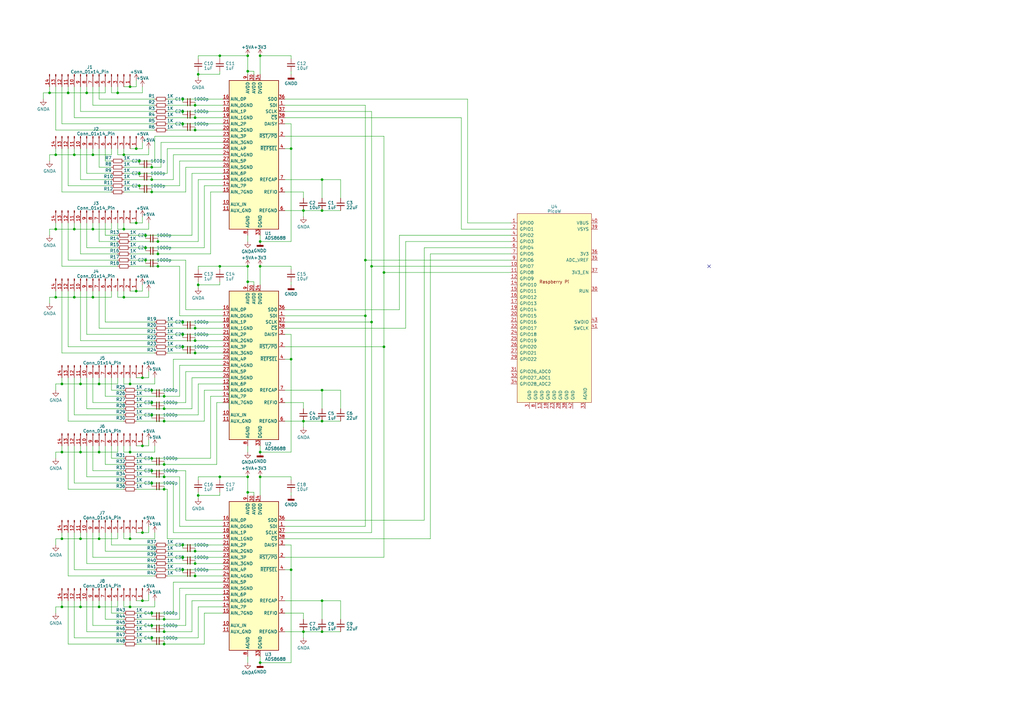
<source format=kicad_sch>
(kicad_sch (version 20230121) (generator eeschema)
  (paper "A3")
  (junction (at 25.4 220.98))
  (junction (at 74.93 45.72))
  (junction (at 106.68 109.22))
  (junction (at 53.34 185.42))
  (junction (at 55.88 91.44))
  (junction (at 62.23 187.96))
  (junction (at 106.68 185.42))
  (junction (at 124.46 172.72))
  (junction (at 74.93 50.8))
  (junction (at 57.15 66.04))
  (junction (at 40.64 220.98))
  (junction (at 33.02 248.92))
  (junction (at 67.31 264.16))
  (junction (at 81.28 30.48))
  (junction (at 64.77 104.14))
  (junction (at 62.23 73.66))
  (junction (at 80.01 48.26))
  (junction (at 74.93 137.16))
  (junction (at 132.08 73.66))
  (junction (at 38.1 121.92))
  (junction (at 132.08 160.02))
  (junction (at 53.34 220.98))
  (junction (at 81.28 116.84))
  (junction (at 53.34 157.48))
  (junction (at 58.42 182.88))
  (junction (at 80.01 139.7))
  (junction (at 30.48 93.98))
  (junction (at 149.86 129.54))
  (junction (at 40.64 248.92))
  (junction (at 106.68 99.06))
  (junction (at 90.17 195.58))
  (junction (at 74.93 223.52))
  (junction (at 124.46 259.08))
  (junction (at 74.93 142.24))
  (junction (at 53.34 248.92))
  (junction (at 35.56 38.1))
  (junction (at 119.38 147.32))
  (junction (at 80.01 231.14))
  (junction (at 67.31 167.64))
  (junction (at 101.6 22.86))
  (junction (at 132.08 246.38))
  (junction (at 59.69 101.6))
  (junction (at 55.88 119.38))
  (junction (at 74.93 132.08))
  (junction (at 124.46 86.36))
  (junction (at 58.42 154.94))
  (junction (at 80.01 144.78))
  (junction (at 74.93 40.64))
  (junction (at 58.42 246.38))
  (junction (at 106.68 271.78))
  (junction (at 50.8 121.92))
  (junction (at 101.6 109.22))
  (junction (at 90.17 109.22))
  (junction (at 152.4 109.22))
  (junction (at 48.26 38.1))
  (junction (at 149.86 106.68))
  (junction (at 157.48 111.76))
  (junction (at 62.23 160.02))
  (junction (at 106.68 22.86))
  (junction (at 22.86 93.98))
  (junction (at 80.01 43.18))
  (junction (at 59.69 96.52))
  (junction (at 22.86 121.92))
  (junction (at 62.23 256.54))
  (junction (at 132.08 259.08))
  (junction (at 67.31 190.5))
  (junction (at 64.77 109.22))
  (junction (at 157.48 142.24))
  (junction (at 50.8 93.98))
  (junction (at 55.88 60.96))
  (junction (at 101.6 195.58))
  (junction (at 40.64 157.48))
  (junction (at 67.31 162.56))
  (junction (at 40.64 185.42))
  (junction (at 27.94 38.1))
  (junction (at 67.31 172.72))
  (junction (at 132.08 172.72))
  (junction (at 80.01 134.62))
  (junction (at 62.23 165.1))
  (junction (at 119.38 233.68))
  (junction (at 58.42 218.44))
  (junction (at 62.23 170.18))
  (junction (at 62.23 193.04))
  (junction (at 33.02 220.98))
  (junction (at 62.23 78.74))
  (junction (at 25.4 185.42))
  (junction (at 53.34 35.56))
  (junction (at 101.6 201.93))
  (junction (at 80.01 53.34))
  (junction (at 67.31 200.66))
  (junction (at 38.1 63.5))
  (junction (at 57.15 76.2))
  (junction (at 59.69 106.68))
  (junction (at 50.8 63.5))
  (junction (at 80.01 236.22))
  (junction (at 62.23 68.58))
  (junction (at 132.08 86.36))
  (junction (at 67.31 195.58))
  (junction (at 38.1 93.98))
  (junction (at 119.38 60.96))
  (junction (at 101.6 115.57))
  (junction (at 81.28 203.2))
  (junction (at 67.31 259.08))
  (junction (at 20.32 38.1))
  (junction (at 30.48 63.5))
  (junction (at 25.4 248.92))
  (junction (at 30.48 121.92))
  (junction (at 106.68 195.58))
  (junction (at 90.17 22.86))
  (junction (at 62.23 198.12))
  (junction (at 80.01 226.06))
  (junction (at 152.4 132.08))
  (junction (at 67.31 254))
  (junction (at 62.23 261.62))
  (junction (at 64.77 99.06))
  (junction (at 22.86 63.5))
  (junction (at 101.6 29.21))
  (junction (at 74.93 233.68))
  (junction (at 33.02 185.42))
  (junction (at 74.93 228.6))
  (junction (at 25.4 157.48))
  (junction (at 57.15 71.12))
  (junction (at 33.02 157.48))
  (junction (at 62.23 251.46))
  (no_connect (at 290.83 109.22))
  (wire (pts (xy 139.7 167.64) (xy 139.7 160.02)))
  (wire (pts (xy 67.31 254) (xy 67.31 252.73)))
  (wire (pts (xy 38.1 121.92) (xy 45.72 121.92)))
  (wire (pts (xy 60.96 119.38) (xy 60.96 121.92)))
  (wire (pts (xy 22.86 185.42) (xy 25.4 185.42)))
  (wire (pts (xy 67.31 259.08) (xy 78.74 259.08)))
  (wire (pts (xy 53.34 106.68) (xy 59.69 106.68)))
  (wire (pts (xy 25.4 35.56) (xy 25.4 50.8)))
  (wire (pts (xy 62.23 78.74) (xy 62.23 77.47)))
  (wire (pts (xy 81.28 110.49) (xy 81.28 109.22)))
  (wire (pts (xy 55.88 198.12) (xy 62.23 198.12)))
  (wire (pts (xy 116.84 172.72) (xy 124.46 172.72)))
  (wire (pts (xy 116.84 127) (xy 163.83 127)))
  (wire (pts (xy 101.6 201.93) (xy 101.6 203.2)))
  (wire (pts (xy 86.36 187.96) (xy 86.36 162.56)))
  (wire (pts (xy 50.8 182.88) (xy 50.8 185.42)))
  (wire (pts (xy 209.55 104.14) (xy 176.53 104.14)))
  (wire (pts (xy 74.93 233.68) (xy 74.93 234.95)))
  (wire (pts (xy 90.17 109.22) (xy 90.17 110.49)))
  (wire (pts (xy 124.46 167.64) (xy 124.46 165.1)))
  (wire (pts (xy 90.17 22.86) (xy 90.17 24.13)))
  (wire (pts (xy 74.93 137.16) (xy 74.93 138.43)))
  (wire (pts (xy 43.18 246.38) (xy 43.18 254)))
  (wire (pts (xy 40.64 68.58) (xy 45.72 68.58)))
  (wire (pts (xy 50.8 78.74) (xy 62.23 78.74)))
  (wire (pts (xy 40.64 220.98) (xy 40.64 218.44)))
  (wire (pts (xy 27.94 218.44) (xy 27.94 236.22)))
  (wire (pts (xy 74.93 45.72) (xy 91.44 45.72)))
  (wire (pts (xy 27.94 172.72) (xy 27.94 154.94)))
  (wire (pts (xy 62.23 73.66) (xy 62.23 72.39)))
  (wire (pts (xy 58.42 246.38) (xy 60.96 246.38)))
  (wire (pts (xy 116.84 246.38) (xy 132.08 246.38)))
  (wire (pts (xy 90.17 195.58) (xy 101.6 195.58)))
  (wire (pts (xy 91.44 152.4) (xy 76.2 152.4)))
  (wire (pts (xy 91.44 220.98) (xy 68.58 220.98)))
  (wire (pts (xy 78.74 246.38) (xy 91.44 246.38)))
  (wire (pts (xy 116.84 220.98) (xy 176.53 220.98)))
  (wire (pts (xy 81.28 30.48) (xy 81.28 31.75)))
  (wire (pts (xy 104.14 203.2) (xy 104.14 201.93)))
  (wire (pts (xy 124.46 165.1) (xy 116.84 165.1)))
  (wire (pts (xy 76.2 127) (xy 91.44 127)))
  (wire (pts (xy 73.66 149.86) (xy 91.44 149.86)))
  (wire (pts (xy 73.66 76.2) (xy 73.66 66.04)))
  (wire (pts (xy 63.5 137.16) (xy 35.56 137.16)))
  (wire (pts (xy 124.46 172.72) (xy 132.08 172.72)))
  (wire (pts (xy 74.93 50.8) (xy 74.93 52.07)))
  (wire (pts (xy 30.48 48.26) (xy 30.48 35.56)))
  (wire (pts (xy 55.88 195.58) (xy 67.31 195.58)))
  (wire (pts (xy 40.64 157.48) (xy 48.26 157.48)))
  (wire (pts (xy 93.98 167.64) (xy 93.98 154.94)))
  (wire (pts (xy 90.17 195.58) (xy 90.17 196.85)))
  (wire (pts (xy 43.18 38.1) (xy 43.18 35.56)))
  (wire (pts (xy 30.48 170.18) (xy 50.8 170.18)))
  (wire (pts (xy 68.58 139.7) (xy 80.01 139.7)))
  (wire (pts (xy 106.68 22.86) (xy 106.68 30.48)))
  (wire (pts (xy 48.26 35.56) (xy 48.26 38.1)))
  (wire (pts (xy 59.69 106.68) (xy 76.2 106.68)))
  (wire (pts (xy 43.18 96.52) (xy 43.18 91.44)))
  (wire (pts (xy 124.46 259.08) (xy 124.46 261.62)))
  (wire (pts (xy 55.88 167.64) (xy 67.31 167.64)))
  (wire (pts (xy 78.74 96.52) (xy 78.74 71.12)))
  (wire (pts (xy 68.58 132.08) (xy 74.93 132.08)))
  (wire (pts (xy 157.48 111.76) (xy 157.48 142.24)))
  (wire (pts (xy 33.02 248.92) (xy 40.64 248.92)))
  (wire (pts (xy 124.46 86.36) (xy 132.08 86.36)))
  (wire (pts (xy 62.23 170.18) (xy 81.28 170.18)))
  (wire (pts (xy 68.58 142.24) (xy 74.93 142.24)))
  (wire (pts (xy 139.7 81.28) (xy 139.7 73.66)))
  (wire (pts (xy 81.28 109.22) (xy 90.17 109.22)))
  (wire (pts (xy 116.84 137.16) (xy 119.38 137.16)))
  (wire (pts (xy 83.82 251.46) (xy 91.44 251.46)))
  (wire (pts (xy 43.18 190.5) (xy 50.8 190.5)))
  (wire (pts (xy 101.6 195.58) (xy 101.6 201.93)))
  (wire (pts (xy 38.1 218.44) (xy 38.1 228.6)))
  (wire (pts (xy 22.86 53.34) (xy 22.86 35.56)))
  (wire (pts (xy 116.84 43.18) (xy 149.86 43.18)))
  (wire (pts (xy 116.84 60.96) (xy 119.38 60.96)))
  (wire (pts (xy 50.8 248.92) (xy 53.34 248.92)))
  (wire (pts (xy 86.36 162.56) (xy 91.44 162.56)))
  (wire (pts (xy 149.86 106.68) (xy 209.55 106.68)))
  (wire (pts (xy 20.32 96.52) (xy 20.32 93.98)))
  (wire (pts (xy 20.32 38.1) (xy 27.94 38.1)))
  (wire (pts (xy 35.56 71.12) (xy 45.72 71.12)))
  (wire (pts (xy 74.93 132.08) (xy 91.44 132.08)))
  (wire (pts (xy 119.38 147.32) (xy 119.38 185.42)))
  (wire (pts (xy 63.5 142.24) (xy 27.94 142.24)))
  (wire (pts (xy 60.96 152.4) (xy 60.96 154.94)))
  (wire (pts (xy 74.93 40.64) (xy 91.44 40.64)))
  (wire (pts (xy 209.55 101.6) (xy 173.99 101.6)))
  (wire (pts (xy 22.86 248.92) (xy 25.4 248.92)))
  (wire (pts (xy 71.12 198.12) (xy 71.12 218.44)))
  (wire (pts (xy 81.28 203.2) (xy 81.28 204.47)))
  (wire (pts (xy 119.38 29.21) (xy 119.38 30.48)))
  (wire (pts (xy 20.32 38.1) (xy 20.32 35.56)))
  (wire (pts (xy 53.34 157.48) (xy 63.5 157.48)))
  (wire (pts (xy 60.96 215.9) (xy 60.96 218.44)))
  (wire (pts (xy 30.48 233.68) (xy 63.5 233.68)))
  (wire (pts (xy 50.8 60.96) (xy 50.8 63.5)))
  (wire (pts (xy 35.56 195.58) (xy 35.56 182.88)))
  (wire (pts (xy 119.38 109.22) (xy 106.68 109.22)))
  (wire (pts (xy 50.8 93.98) (xy 60.96 93.98)))
  (wire (pts (xy 35.56 231.14) (xy 35.56 218.44)))
  (wire (pts (xy 124.46 251.46) (xy 116.84 251.46)))
  (wire (pts (xy 55.88 182.88) (xy 58.42 182.88)))
  (wire (pts (xy 63.5 132.08) (xy 43.18 132.08)))
  (wire (pts (xy 104.14 115.57) (xy 101.6 115.57)))
  (wire (pts (xy 116.84 50.8) (xy 119.38 50.8)))
  (wire (pts (xy 81.28 116.84) (xy 90.17 116.84)))
  (wire (pts (xy 132.08 73.66) (xy 132.08 81.28)))
  (wire (pts (xy 59.69 101.6) (xy 59.69 102.87)))
  (wire (pts (xy 62.23 160.02) (xy 62.23 161.29)))
  (wire (pts (xy 68.58 50.8) (xy 74.93 50.8)))
  (wire (pts (xy 62.23 73.66) (xy 71.12 73.66)))
  (wire (pts (xy 83.82 101.6) (xy 83.82 76.2)))
  (wire (pts (xy 119.38 137.16) (xy 119.38 147.32)))
  (wire (pts (xy 50.8 63.5) (xy 60.96 63.5)))
  (wire (pts (xy 86.36 78.74) (xy 86.36 104.14)))
  (wire (pts (xy 73.66 109.22) (xy 73.66 129.54)))
  (wire (pts (xy 27.94 200.66) (xy 27.94 182.88)))
  (wire (pts (xy 50.8 220.98) (xy 53.34 220.98)))
  (wire (pts (xy 163.83 127) (xy 163.83 96.52)))
  (wire (pts (xy 119.38 22.86) (xy 106.68 22.86)))
  (wire (pts (xy 101.6 109.22) (xy 101.6 115.57)))
  (wire (pts (xy 40.64 99.06) (xy 48.26 99.06)))
  (wire (pts (xy 83.82 264.16) (xy 83.82 251.46)))
  (wire (pts (xy 25.4 50.8) (xy 63.5 50.8)))
  (wire (pts (xy 57.15 66.04) (xy 57.15 67.31)))
  (wire (pts (xy 67.31 200.66) (xy 67.31 199.39)))
  (wire (pts (xy 88.9 190.5) (xy 88.9 165.1)))
  (wire (pts (xy 50.8 35.56) (xy 53.34 35.56)))
  (wire (pts (xy 48.26 248.92) (xy 48.26 246.38)))
  (wire (pts (xy 53.34 101.6) (xy 59.69 101.6)))
  (wire (pts (xy 40.64 220.98) (xy 48.26 220.98)))
  (wire (pts (xy 67.31 264.16) (xy 83.82 264.16)))
  (wire (pts (xy 124.46 259.08) (xy 132.08 259.08)))
  (wire (pts (xy 38.1 93.98) (xy 45.72 93.98)))
  (wire (pts (xy 50.8 91.44) (xy 50.8 93.98)))
  (wire (pts (xy 173.99 101.6) (xy 173.99 213.36)))
  (wire (pts (xy 116.84 259.08) (xy 124.46 259.08)))
  (wire (pts (xy 55.88 187.96) (xy 62.23 187.96)))
  (wire (pts (xy 62.23 256.54) (xy 76.2 256.54)))
  (wire (pts (xy 83.82 160.02) (xy 83.82 172.72)))
  (wire (pts (xy 119.38 24.13) (xy 119.38 22.86)))
  (wire (pts (xy 68.58 233.68) (xy 74.93 233.68)))
  (wire (pts (xy 106.68 182.88) (xy 106.68 185.42)))
  (wire (pts (xy 119.38 185.42) (xy 106.68 185.42)))
  (wire (pts (xy 91.44 243.84) (xy 76.2 243.84)))
  (wire (pts (xy 73.66 66.04) (xy 91.44 66.04)))
  (wire (pts (xy 80.01 144.78) (xy 91.44 144.78)))
  (wire (pts (xy 81.28 157.48) (xy 91.44 157.48)))
  (wire (pts (xy 45.72 35.56) (xy 45.72 38.1)))
  (wire (pts (xy 91.44 78.74) (xy 86.36 78.74)))
  (wire (pts (xy 116.84 86.36) (xy 124.46 86.36)))
  (wire (pts (xy 43.18 182.88) (xy 43.18 190.5)))
  (wire (pts (xy 50.8 157.48) (xy 53.34 157.48)))
  (wire (pts (xy 189.23 93.98) (xy 209.55 93.98)))
  (wire (pts (xy 163.83 96.52) (xy 209.55 96.52)))
  (wire (pts (xy 40.64 134.62) (xy 63.5 134.62)))
  (wire (pts (xy 45.72 251.46) (xy 50.8 251.46)))
  (wire (pts (xy 124.46 172.72) (xy 124.46 175.26)))
  (wire (pts (xy 62.23 256.54) (xy 62.23 257.81)))
  (wire (pts (xy 55.88 246.38) (xy 58.42 246.38)))
  (wire (pts (xy 124.46 81.28) (xy 124.46 78.74)))
  (wire (pts (xy 67.31 172.72) (xy 67.31 171.45)))
  (wire (pts (xy 30.48 218.44) (xy 30.48 233.68)))
  (wire (pts (xy 81.28 30.48) (xy 90.17 30.48)))
  (wire (pts (xy 27.94 60.96) (xy 27.94 76.2)))
  (wire (pts (xy 116.84 48.26) (xy 189.23 48.26)))
  (wire (pts (xy 149.86 106.68) (xy 149.86 129.54)))
  (wire (pts (xy 119.38 60.96) (xy 119.38 99.06)))
  (wire (pts (xy 43.18 226.06) (xy 63.5 226.06)))
  (wire (pts (xy 48.26 63.5) (xy 50.8 63.5)))
  (wire (pts (xy 63.5 154.94) (xy 63.5 157.48)))
  (wire (pts (xy 43.18 119.38) (xy 43.18 132.08)))
  (wire (pts (xy 74.93 45.72) (xy 74.93 46.99)))
  (wire (pts (xy 53.34 220.98) (xy 63.5 220.98)))
  (wire (pts (xy 80.01 134.62) (xy 80.01 133.35)))
  (wire (pts (xy 55.88 200.66) (xy 67.31 200.66)))
  (wire (pts (xy 55.88 162.56) (xy 67.31 162.56)))
  (wire (pts (xy 43.18 162.56) (xy 50.8 162.56)))
  (wire (pts (xy 40.64 248.92) (xy 40.64 246.38)))
  (wire (pts (xy 116.84 73.66) (xy 132.08 73.66)))
  (wire (pts (xy 38.1 246.38) (xy 38.1 256.54)))
  (wire (pts (xy 139.7 254) (xy 139.7 246.38)))
  (wire (pts (xy 20.32 93.98) (xy 22.86 93.98)))
  (wire (pts (xy 55.88 160.02) (xy 62.23 160.02)))
  (wire (pts (xy 48.26 60.96) (xy 48.26 63.5)))
  (wire (pts (xy 53.34 91.44) (xy 55.88 91.44)))
  (wire (pts (xy 62.23 68.58) (xy 66.04 68.58)))
  (wire (pts (xy 91.44 68.58) (xy 76.2 68.58)))
  (wire (pts (xy 53.34 104.14) (xy 64.77 104.14)))
  (wire (pts (xy 71.12 218.44) (xy 91.44 218.44)))
  (wire (pts (xy 71.12 147.32) (xy 91.44 147.32)))
  (wire (pts (xy 83.82 76.2) (xy 91.44 76.2)))
  (wire (pts (xy 62.23 165.1) (xy 76.2 165.1)))
  (wire (pts (xy 68.58 231.14) (xy 80.01 231.14)))
  (wire (pts (xy 106.68 269.24) (xy 106.68 271.78)))
  (wire (pts (xy 68.58 220.98) (xy 68.58 200.66)))
  (wire (pts (xy 62.23 170.18) (xy 62.23 171.45)))
  (wire (pts (xy 139.7 246.38) (xy 132.08 246.38)))
  (wire (pts (xy 68.58 43.18) (xy 80.01 43.18)))
  (wire (pts (xy 119.38 271.78) (xy 106.68 271.78)))
  (wire (pts (xy 55.88 254) (xy 67.31 254)))
  (wire (pts (xy 38.1 93.98) (xy 38.1 91.44)))
  (wire (pts (xy 62.23 193.04) (xy 76.2 193.04)))
  (wire (pts (xy 33.02 35.56) (xy 33.02 45.72)))
  (wire (pts (xy 64.77 99.06) (xy 64.77 97.79)))
  (wire (pts (xy 80.01 231.14) (xy 80.01 229.87)))
  (wire (pts (xy 68.58 53.34) (xy 80.01 53.34)))
  (wire (pts (xy 35.56 119.38) (xy 35.56 137.16)))
  (wire (pts (xy 55.88 251.46) (xy 62.23 251.46)))
  (wire (pts (xy 55.88 193.04) (xy 62.23 193.04)))
  (wire (pts (xy 58.42 218.44) (xy 60.96 218.44)))
  (wire (pts (xy 90.17 109.22) (xy 101.6 109.22)))
  (wire (pts (xy 73.66 162.56) (xy 73.66 149.86)))
  (wire (pts (xy 91.44 58.42) (xy 66.04 58.42)))
  (wire (pts (xy 20.32 124.46) (xy 20.32 121.92)))
  (wire (pts (xy 90.17 22.86) (xy 101.6 22.86)))
  (wire (pts (xy 124.46 254) (xy 124.46 251.46)))
  (wire (pts (xy 58.42 58.42) (xy 58.42 60.96)))
  (wire (pts (xy 106.68 96.52) (xy 106.68 99.06)))
  (wire (pts (xy 132.08 246.38) (xy 132.08 254)))
  (wire (pts (xy 116.84 228.6) (xy 157.48 228.6)))
  (wire (pts (xy 57.15 71.12) (xy 68.58 71.12)))
  (wire (pts (xy 35.56 60.96) (xy 35.56 71.12)))
  (wire (pts (xy 124.46 78.74) (xy 116.84 78.74)))
  (wire (pts (xy 149.86 129.54) (xy 149.86 215.9)))
  (wire (pts (xy 17.78 40.64) (xy 17.78 38.1)))
  (wire (pts (xy 73.66 241.3) (xy 73.66 254)))
  (wire (pts (xy 58.42 182.88) (xy 60.96 182.88)))
  (wire (pts (xy 67.31 259.08) (xy 67.31 257.81)))
  (wire (pts (xy 57.15 76.2) (xy 57.15 77.47)))
  (wire (pts (xy 91.44 238.76) (xy 71.12 238.76)))
  (wire (pts (xy 68.58 226.06) (xy 80.01 226.06)))
  (wire (pts (xy 48.26 121.92) (xy 50.8 121.92)))
  (wire (pts (xy 80.01 226.06) (xy 91.44 226.06)))
  (wire (pts (xy 30.48 121.92) (xy 38.1 121.92)))
  (wire (pts (xy 68.58 40.64) (xy 74.93 40.64)))
  (wire (pts (xy 53.34 96.52) (xy 59.69 96.52)))
  (wire (pts (xy 25.4 157.48) (xy 33.02 157.48)))
  (wire (pts (xy 62.23 251.46) (xy 62.23 252.73)))
  (wire (pts (xy 101.6 22.86) (xy 101.6 29.21)))
  (wire (pts (xy 62.23 251.46) (xy 71.12 251.46)))
  (wire (pts (xy 53.34 185.42) (xy 63.5 185.42)))
  (wire (pts (xy 64.77 109.22) (xy 73.66 109.22)))
  (wire (pts (xy 67.31 195.58) (xy 67.31 194.31)))
  (wire (pts (xy 45.72 251.46) (xy 45.72 246.38)))
  (wire (pts (xy 45.72 187.96) (xy 50.8 187.96)))
  (wire (pts (xy 106.68 109.22) (xy 106.68 116.84)))
  (wire (pts (xy 48.26 119.38) (xy 48.26 121.92)))
  (wire (pts (xy 132.08 172.72) (xy 139.7 172.72)))
  (wire (pts (xy 90.17 203.2) (xy 90.17 201.93)))
  (wire (pts (xy 30.48 246.38) (xy 30.48 261.62)))
  (wire (pts (xy 55.88 33.02) (xy 55.88 35.56)))
  (wire (pts (xy 74.93 233.68) (xy 91.44 233.68)))
  (wire (pts (xy 22.86 63.5) (xy 22.86 60.96)))
  (wire (pts (xy 17.78 38.1) (xy 20.32 38.1)))
  (wire (pts (xy 60.96 243.84) (xy 60.96 246.38)))
  (wire (pts (xy 25.4 248.92) (xy 25.4 246.38)))
  (wire (pts (xy 62.23 160.02) (xy 71.12 160.02)))
  (wire (pts (xy 50.8 66.04) (xy 57.15 66.04)))
  (wire (pts (xy 57.15 76.2) (xy 73.66 76.2)))
  (wire (pts (xy 45.72 160.02) (xy 50.8 160.02)))
  (wire (pts (xy 91.44 241.3) (xy 73.66 241.3)))
  (wire (pts (xy 74.93 132.08) (xy 74.93 133.35)))
  (wire (pts (xy 58.42 88.9) (xy 58.42 91.44)))
  (wire (pts (xy 132.08 259.08) (xy 139.7 259.08)))
  (wire (pts (xy 38.1 228.6) (xy 63.5 228.6)))
  (wire (pts (xy 80.01 236.22) (xy 80.01 234.95)))
  (wire (pts (xy 152.4 45.72) (xy 116.84 45.72)))
  (wire (pts (xy 30.48 93.98) (xy 30.48 91.44)))
  (wire (pts (xy 33.02 185.42) (xy 40.64 185.42)))
  (wire (pts (xy 25.4 248.92) (xy 33.02 248.92)))
  (wire (pts (xy 20.32 66.04) (xy 20.32 63.5)))
  (wire (pts (xy 64.77 109.22) (xy 64.77 107.95)))
  (wire (pts (xy 60.96 60.96) (xy 60.96 63.5)))
  (wire (pts (xy 43.18 96.52) (xy 48.26 96.52)))
  (wire (pts (xy 116.84 129.54) (xy 149.86 129.54)))
  (wire (pts (xy 78.74 154.94) (xy 78.74 167.64)))
  (wire (pts (xy 71.12 160.02) (xy 71.12 147.32)))
  (wire (pts (xy 67.31 195.58) (xy 73.66 195.58)))
  (wire (pts (xy 38.1 63.5) (xy 38.1 60.96)))
  (wire (pts (xy 59.69 106.68) (xy 59.69 107.95)))
  (wire (pts (xy 30.48 198.12) (xy 50.8 198.12)))
  (wire (pts (xy 22.86 63.5) (xy 30.48 63.5)))
  (wire (pts (xy 91.44 215.9) (xy 73.66 215.9)))
  (wire (pts (xy 74.93 50.8) (xy 91.44 50.8)))
  (wire (pts (xy 81.28 195.58) (xy 90.17 195.58)))
  (wire (pts (xy 67.31 190.5) (xy 67.31 189.23)))
  (wire (pts (xy 38.1 43.18) (xy 63.5 43.18)))
  (wire (pts (xy 78.74 71.12) (xy 91.44 71.12)))
  (wire (pts (xy 119.38 201.93) (xy 119.38 203.2)))
  (wire (pts (xy 20.32 63.5) (xy 22.86 63.5)))
  (wire (pts (xy 64.77 99.06) (xy 81.28 99.06)))
  (wire (pts (xy 45.72 223.52) (xy 45.72 218.44)))
  (wire (pts (xy 30.48 93.98) (xy 38.1 93.98)))
  (wire (pts (xy 209.55 109.22) (xy 152.4 109.22)))
  (wire (pts (xy 55.88 261.62) (xy 62.23 261.62)))
  (wire (pts (xy 25.4 78.74) (xy 25.4 60.96)))
  (wire (pts (xy 132.08 160.02) (xy 132.08 167.64)))
  (wire (pts (xy 53.34 246.38) (xy 53.34 248.92)))
  (wire (pts (xy 40.64 119.38) (xy 40.64 134.62)))
  (wire (pts (xy 67.31 264.16) (xy 67.31 262.89)))
  (wire (pts (xy 38.1 256.54) (xy 50.8 256.54)))
  (wire (pts (xy 50.8 68.58) (xy 62.23 68.58)))
  (wire (pts (xy 35.56 231.14) (xy 63.5 231.14)))
  (wire (pts (xy 74.93 228.6) (xy 74.93 229.87)))
  (wire (pts (xy 63.5 53.34) (xy 22.86 53.34)))
  (wire (pts (xy 55.88 60.96) (xy 58.42 60.96)))
  (wire (pts (xy 27.94 200.66) (xy 50.8 200.66)))
  (wire (pts (xy 22.86 93.98) (xy 30.48 93.98)))
  (wire (pts (xy 62.23 198.12) (xy 62.23 199.39)))
  (wire (pts (xy 53.34 60.96) (xy 55.88 60.96)))
  (wire (pts (xy 43.18 154.94) (xy 43.18 162.56)))
  (wire (pts (xy 50.8 246.38) (xy 50.8 248.92)))
  (wire (pts (xy 33.02 248.92) (xy 33.02 246.38)))
  (wire (pts (xy 58.42 116.84) (xy 58.42 119.38)))
  (wire (pts (xy 116.84 40.64) (xy 191.77 40.64)))
  (wire (pts (xy 80.01 139.7) (xy 80.01 138.43)))
  (wire (pts (xy 90.17 30.48) (xy 90.17 29.21)))
  (wire (pts (xy 33.02 139.7) (xy 63.5 139.7)))
  (wire (pts (xy 30.48 182.88) (xy 30.48 198.12)))
  (wire (pts (xy 25.4 119.38) (xy 25.4 144.78)))
  (wire (pts (xy 116.84 134.62) (xy 166.37 134.62)))
  (wire (pts (xy 90.17 116.84) (xy 90.17 115.57)))
  (wire (pts (xy 48.26 220.98) (xy 48.26 218.44)))
  (wire (pts (xy 58.42 35.56) (xy 58.42 38.1)))
  (wire (pts (xy 25.4 220.98) (xy 25.4 218.44)))
  (wire (pts (xy 22.86 160.02) (xy 22.86 157.48)))
  (wire (pts (xy 104.14 201.93) (xy 101.6 201.93)))
  (wire (pts (xy 43.18 254) (xy 50.8 254)))
  (wire (pts (xy 62.23 261.62) (xy 62.23 262.89)))
  (wire (pts (xy 67.31 162.56) (xy 67.31 161.29)))
  (wire (pts (xy 53.34 109.22) (xy 64.77 109.22)))
  (wire (pts (xy 38.1 165.1) (xy 50.8 165.1)))
  (wire (pts (xy 38.1 154.94) (xy 38.1 165.1)))
  (wire (pts (xy 55.88 172.72) (xy 67.31 172.72)))
  (wire (pts (xy 50.8 119.38) (xy 50.8 121.92)))
  (wire (pts (xy 57.15 66.04) (xy 63.5 66.04)))
  (wire (pts (xy 38.1 63.5) (xy 45.72 63.5)))
  (wire (pts (xy 62.23 165.1) (xy 62.23 166.37)))
  (wire (pts (xy 55.88 190.5) (xy 67.31 190.5)))
  (wire (pts (xy 59.69 101.6) (xy 83.82 101.6)))
  (wire (pts (xy 48.26 185.42) (xy 48.26 182.88)))
  (wire (pts (xy 68.58 134.62) (xy 80.01 134.62)))
  (wire (pts (xy 67.31 190.5) (xy 88.9 190.5)))
  (wire (pts (xy 68.58 223.52) (xy 74.93 223.52)))
  (wire (pts (xy 33.02 104.14) (xy 48.26 104.14)))
  (wire (pts (xy 68.58 60.96) (xy 68.58 71.12)))
  (wire (pts (xy 35.56 167.64) (xy 50.8 167.64)))
  (wire (pts (xy 62.23 261.62) (xy 81.28 261.62)))
  (wire (pts (xy 45.72 38.1) (xy 48.26 38.1)))
  (wire (pts (xy 74.93 40.64) (xy 74.93 41.91)))
  (wire (pts (xy 76.2 193.04) (xy 76.2 213.36)))
  (wire (pts (xy 33.02 157.48) (xy 40.64 157.48)))
  (wire (pts (xy 81.28 24.13) (xy 81.28 22.86)))
  (wire (pts (xy 67.31 162.56) (xy 73.66 162.56)))
  (wire (pts (xy 81.28 73.66) (xy 81.28 99.06)))
  (wire (pts (xy 68.58 228.6) (xy 74.93 228.6)))
  (wire (pts (xy 76.2 213.36) (xy 91.44 213.36)))
  (wire (pts (xy 71.12 63.5) (xy 71.12 73.66)))
  (wire (pts (xy 80.01 231.14) (xy 91.44 231.14)))
  (wire (pts (xy 40.64 40.64) (xy 40.64 35.56)))
  (wire (pts (xy 45.72 160.02) (xy 45.72 154.94)))
  (wire (pts (xy 25.4 185.42) (xy 33.02 185.42)))
  (wire (pts (xy 116.84 160.02) (xy 132.08 160.02)))
  (wire (pts (xy 76.2 106.68) (xy 76.2 127)))
  (wire (pts (xy 50.8 71.12) (xy 57.15 71.12)))
  (wire (pts (xy 48.26 93.98) (xy 50.8 93.98)))
  (wire (pts (xy 40.64 185.42) (xy 40.64 182.88)))
  (wire (pts (xy 104.14 29.21) (xy 101.6 29.21)))
  (wire (pts (xy 35.56 38.1) (xy 35.56 35.56)))
  (wire (pts (xy 166.37 134.62) (xy 166.37 99.06)))
  (wire (pts (xy 20.32 121.92) (xy 22.86 121.92)))
  (wire (pts (xy 22.86 121.92) (xy 22.86 119.38)))
  (wire (pts (xy 35.56 38.1) (xy 43.18 38.1)))
  (wire (pts (xy 81.28 248.92) (xy 81.28 261.62)))
  (wire (pts (xy 81.28 170.18) (xy 81.28 157.48)))
  (wire (pts (xy 35.56 167.64) (xy 35.56 154.94)))
  (wire (pts (xy 189.23 48.26) (xy 189.23 93.98)))
  (wire (pts (xy 33.02 45.72) (xy 63.5 45.72)))
  (wire (pts (xy 30.48 261.62) (xy 50.8 261.62)))
  (wire (pts (xy 63.5 218.44) (xy 63.5 220.98)))
  (wire (pts (xy 80.01 134.62) (xy 91.44 134.62)))
  (wire (pts (xy 62.23 78.74) (xy 76.2 78.74)))
  (wire (pts (xy 68.58 48.26) (xy 80.01 48.26)))
  (wire (pts (xy 62.23 193.04) (xy 62.23 194.31)))
  (wire (pts (xy 30.48 63.5) (xy 30.48 60.96)))
  (wire (pts (xy 139.7 73.66) (xy 132.08 73.66)))
  (wire (pts (xy 101.6 182.88) (xy 101.6 185.42)))
  (wire (pts (xy 43.18 66.04) (xy 43.18 60.96)))
  (wire (pts (xy 35.56 259.08) (xy 35.56 246.38)))
  (wire (pts (xy 67.31 254) (xy 73.66 254)))
  (wire (pts (xy 71.12 238.76) (xy 71.12 251.46)))
  (wire (pts (xy 152.4 45.72) (xy 152.4 109.22)))
  (wire (pts (xy 132.08 86.36) (xy 139.7 86.36)))
  (wire (pts (xy 38.1 35.56) (xy 38.1 43.18)))
  (wire (pts (xy 22.86 121.92) (xy 30.48 121.92)))
  (wire (pts (xy 50.8 121.92) (xy 60.96 121.92)))
  (wire (pts (xy 55.88 259.08) (xy 67.31 259.08)))
  (wire (pts (xy 38.1 121.92) (xy 38.1 119.38)))
  (wire (pts (xy 74.93 228.6) (xy 91.44 228.6)))
  (wire (pts (xy 55.88 154.94) (xy 58.42 154.94)))
  (wire (pts (xy 55.88 91.44) (xy 58.42 91.44)))
  (wire (pts (xy 157.48 55.88) (xy 157.48 111.76)))
  (wire (pts (xy 157.48 142.24) (xy 116.84 142.24)))
  (wire (pts (xy 53.34 119.38) (xy 55.88 119.38)))
  (wire (pts (xy 25.4 157.48) (xy 25.4 154.94)))
  (wire (pts (xy 116.84 218.44) (xy 152.4 218.44)))
  (wire (pts (xy 27.94 38.1) (xy 27.94 35.56)))
  (wire (pts (xy 119.38 196.85) (xy 119.38 195.58)))
  (wire (pts (xy 55.88 218.44) (xy 58.42 218.44)))
  (wire (pts (xy 55.88 256.54) (xy 62.23 256.54)))
  (wire (pts (xy 33.02 104.14) (xy 33.02 91.44)))
  (wire (pts (xy 22.86 223.52) (xy 22.86 220.98)))
  (wire (pts (xy 43.18 66.04) (xy 45.72 66.04)))
  (wire (pts (xy 38.1 182.88) (xy 38.1 193.04)))
  (wire (pts (xy 81.28 115.57) (xy 81.28 116.84)))
  (wire (pts (xy 27.94 76.2) (xy 45.72 76.2)))
  (wire (pts (xy 33.02 73.66) (xy 45.72 73.66)))
  (wire (pts (xy 27.94 172.72) (xy 50.8 172.72)))
  (wire (pts (xy 74.93 142.24) (xy 74.93 143.51)))
  (wire (pts (xy 139.7 160.02) (xy 132.08 160.02)))
  (wire (pts (xy 119.38 50.8) (xy 119.38 60.96)))
  (wire (pts (xy 124.46 86.36) (xy 124.46 88.9)))
  (wire (pts (xy 91.44 55.88) (xy 63.5 55.88)))
  (wire (pts (xy 27.94 106.68) (xy 48.26 106.68)))
  (wire (pts (xy 76.2 152.4) (xy 76.2 165.1)))
  (wire (pts (xy 119.38 115.57) (xy 119.38 116.84)))
  (wire (pts (xy 57.15 71.12) (xy 57.15 72.39)))
  (wire (pts (xy 48.26 157.48) (xy 48.26 154.94)))
  (wire (pts (xy 43.18 218.44) (xy 43.18 226.06)))
  (wire (pts (xy 74.93 137.16) (xy 91.44 137.16)))
  (wire (pts (xy 68.58 137.16) (xy 74.93 137.16)))
  (wire (pts (xy 50.8 185.42) (xy 53.34 185.42)))
  (wire (pts (xy 22.86 251.46) (xy 22.86 248.92)))
  (wire (pts (xy 63.5 246.38) (xy 63.5 248.92)))
  (wire (pts (xy 25.4 109.22) (xy 25.4 91.44)))
  (wire (pts (xy 73.66 215.9) (xy 73.66 195.58)))
  (wire (pts (xy 59.69 96.52) (xy 59.69 97.79)))
  (wire (pts (xy 45.72 93.98) (xy 45.72 91.44)))
  (wire (pts (xy 80.01 48.26) (xy 80.01 46.99)))
  (wire (pts (xy 40.64 60.96) (xy 40.64 68.58)))
  (wire (pts (xy 116.84 147.32) (xy 119.38 147.32)))
  (wire (pts (xy 27.94 119.38) (xy 27.94 142.24)))
  (wire (pts (xy 73.66 129.54) (xy 91.44 129.54)))
  (wire (pts (xy 80.01 144.78) (xy 80.01 143.51)))
  (wire (pts (xy 22.86 187.96) (xy 22.86 185.42)))
  (wire (pts (xy 101.6 29.21) (xy 101.6 30.48)))
  (wire (pts (xy 78.74 259.08) (xy 78.74 246.38)))
  (wire (pts (xy 50.8 218.44) (xy 50.8 220.98)))
  (wire (pts (xy 157.48 111.76) (xy 209.55 111.76)))
  (wire (pts (xy 53.34 154.94) (xy 53.34 157.48)))
  (wire (pts (xy 35.56 91.44) (xy 35.56 101.6)))
  (wire (pts (xy 67.31 200.66) (xy 68.58 200.66)))
  (wire (pts (xy 63.5 182.88) (xy 63.5 185.42)))
  (wire (pts (xy 101.6 115.57) (xy 101.6 116.84)))
  (wire (pts (xy 191.77 91.44) (xy 209.55 91.44)))
  (wire (pts (xy 68.58 45.72) (xy 74.93 45.72)))
  (wire (pts (xy 116.84 132.08) (xy 152.4 132.08)))
  (wire (pts (xy 80.01 53.34) (xy 80.01 52.07)))
  (wire (pts (xy 33.02 220.98) (xy 33.02 218.44)))
  (wire (pts (xy 53.34 35.56) (xy 55.88 35.56)))
  (wire (pts (xy 157.48 228.6) (xy 157.48 142.24)))
  (wire (pts (xy 63.5 236.22) (xy 27.94 236.22)))
  (wire (pts (xy 22.86 93.98) (xy 22.86 91.44)))
  (wire (pts (xy 149.86 43.18) (xy 149.86 106.68)))
  (wire (pts (xy 81.28 22.86) (xy 90.17 22.86)))
  (wire (pts (xy 88.9 165.1) (xy 91.44 165.1)))
  (wire (pts (xy 83.82 160.02) (xy 91.44 160.02)))
  (wire (pts (xy 38.1 193.04) (xy 50.8 193.04)))
  (wire (pts (xy 101.6 96.52) (xy 101.6 99.06)))
  (wire (pts (xy 25.4 109.22) (xy 48.26 109.22)))
  (wire (pts (xy 104.14 30.48) (xy 104.14 29.21)))
  (wire (pts (xy 55.88 165.1) (xy 62.23 165.1)))
  (wire (pts (xy 33.02 119.38) (xy 33.02 139.7)))
  (wire (pts (xy 74.93 142.24) (xy 91.44 142.24)))
  (wire (pts (xy 104.14 116.84) (xy 104.14 115.57)))
  (wire (pts (xy 25.4 78.74) (xy 45.72 78.74)))
  (wire (pts (xy 53.34 218.44) (xy 53.34 220.98)))
  (wire (pts (xy 116.84 55.88) (xy 157.48 55.88)))
  (wire (pts (xy 53.34 248.92) (xy 63.5 248.92)))
  (wire (pts (xy 91.44 63.5) (xy 71.12 63.5)))
  (wire (pts (xy 53.34 182.88) (xy 53.34 185.42)))
  (wire (pts (xy 59.69 96.52) (xy 78.74 96.52)))
  (wire (pts (xy 30.48 154.94) (xy 30.48 170.18)))
  (wire (pts (xy 80.01 226.06) (xy 80.01 224.79)))
  (wire (pts (xy 74.93 223.52) (xy 91.44 223.52)))
  (wire (pts (xy 55.88 170.18) (xy 62.23 170.18)))
  (wire (pts (xy 152.4 109.22) (xy 152.4 132.08)))
  (wire (pts (xy 35.56 101.6) (xy 48.26 101.6)))
  (wire (pts (xy 25.4 144.78) (xy 63.5 144.78)))
  (wire (pts (xy 62.23 187.96) (xy 62.23 189.23)))
  (wire (pts (xy 119.38 233.68) (xy 119.38 271.78)))
  (wire (pts (xy 66.04 58.42) (xy 66.04 68.58)))
  (wire (pts (xy 81.28 201.93) (xy 81.28 203.2)))
  (wire (pts (xy 91.44 73.66) (xy 81.28 73.66)))
  (wire (pts (xy 35.56 195.58) (xy 50.8 195.58)))
  (wire (pts (xy 119.38 223.52) (xy 119.38 233.68)))
  (wire (pts (xy 67.31 167.64) (xy 67.31 166.37)))
  (wire (pts (xy 27.94 264.16) (xy 27.94 246.38)))
  (wire (pts (xy 106.68 195.58) (xy 106.68 203.2)))
  (wire (pts (xy 60.96 180.34) (xy 60.96 182.88)))
  (wire (pts (xy 116.84 213.36) (xy 173.99 213.36)))
  (wire (pts (xy 25.4 185.42) (xy 25.4 182.88)))
  (wire (pts (xy 68.58 236.22) (xy 80.01 236.22)))
  (wire (pts (xy 67.31 167.64) (xy 78.74 167.64)))
  (wire (pts (xy 40.64 91.44) (xy 40.64 99.06)))
  (wire (pts (xy 91.44 60.96) (xy 68.58 60.96)))
  (wire (pts (xy 53.34 99.06) (xy 64.77 99.06)))
  (wire (pts (xy 64.77 104.14) (xy 64.77 102.87)))
  (wire (pts (xy 48.26 91.44) (xy 48.26 93.98)))
  (wire (pts (xy 91.44 248.92) (xy 81.28 248.92)))
  (wire (pts (xy 152.4 132.08) (xy 152.4 218.44)))
  (wire (pts (xy 76.2 68.58) (xy 76.2 78.74)))
  (wire (pts (xy 81.28 29.21) (xy 81.28 30.48)))
  (wire (pts (xy 60.96 91.44) (xy 60.96 93.98)))
  (wire (pts (xy 50.8 154.94) (xy 50.8 157.48)))
  (wire (pts (xy 63.5 40.64) (xy 40.64 40.64)))
  (wire (pts (xy 64.77 104.14) (xy 86.36 104.14)))
  (wire (pts (xy 33.02 157.48) (xy 33.02 154.94)))
  (wire (pts (xy 27.94 264.16) (xy 50.8 264.16)))
  (wire (pts (xy 45.72 63.5) (xy 45.72 60.96)))
  (wire (pts (xy 80.01 48.26) (xy 91.44 48.26)))
  (wire (pts (xy 40.64 248.92) (xy 48.26 248.92)))
  (wire (pts (xy 91.44 154.94) (xy 78.74 154.94)))
  (wire (pts (xy 50.8 76.2) (xy 57.15 76.2)))
  (wire (pts (xy 81.28 196.85) (xy 81.28 195.58)))
  (wire (pts (xy 80.01 236.22) (xy 91.44 236.22)))
  (wire (pts (xy 80.01 43.18) (xy 91.44 43.18)))
  (wire (pts (xy 166.37 99.06) (xy 209.55 99.06)))
  (wire (pts (xy 62.23 68.58) (xy 62.23 67.31)))
  (wire (pts (xy 33.02 73.66) (xy 33.02 60.96)))
  (wire (pts (xy 40.64 185.42) (xy 48.26 185.42)))
  (wire (pts (xy 33.02 185.42) (xy 33.02 182.88)))
  (wire (pts (xy 176.53 104.14) (xy 176.53 220.98)))
  (wire (pts (xy 76.2 243.84) (xy 76.2 256.54)))
  (wire (pts (xy 116.84 233.68) (xy 119.38 233.68)))
  (wire (pts (xy 67.31 172.72) (xy 83.82 172.72)))
  (wire (pts (xy 81.28 203.2) (xy 90.17 203.2)))
  (wire (pts (xy 63.5 48.26) (xy 30.48 48.26)))
  (wire (pts (xy 55.88 119.38) (xy 58.42 119.38)))
  (wire (pts (xy 119.38 110.49) (xy 119.38 109.22)))
  (wire (pts (xy 101.6 269.24) (xy 101.6 271.78)))
  (wire (pts (xy 81.28 116.84) (xy 81.28 118.11)))
  (wire (pts (xy 63.5 55.88) (xy 63.5 66.04)))
  (wire (pts (xy 80.01 53.34) (xy 91.44 53.34)))
  (wire (pts (xy 35.56 259.08) (xy 50.8 259.08)))
  (wire (pts (xy 191.77 40.64) (xy 191.77 91.44)))
  (wire (pts (xy 50.8 73.66) (xy 62.23 73.66)))
  (wire (pts (xy 33.02 220.98) (xy 40.64 220.98)))
  (wire (pts (xy 25.4 220.98) (xy 33.02 220.98)))
  (wire (pts (xy 80.01 43.18) (xy 80.01 41.91)))
  (wire (pts (xy 80.01 139.7) (xy 91.44 139.7)))
  (wire (pts (xy 45.72 223.52) (xy 63.5 223.52)))
  (wire (pts (xy 58.42 154.94) (xy 60.96 154.94)))
  (wire (pts (xy 55.88 264.16) (xy 67.31 264.16)))
  (wire (pts (xy 116.84 215.9) (xy 149.86 215.9)))
  (wire (pts (xy 45.72 187.96) (xy 45.72 182.88)))
  (wire (pts (xy 22.86 220.98) (xy 25.4 220.98)))
  (wire (pts (xy 30.48 63.5) (xy 38.1 63.5)))
  (wire (pts (xy 119.38 99.06) (xy 106.68 99.06)))
  (wire (pts (xy 62.23 198.12) (xy 71.12 198.12)))
  (wire (pts (xy 116.84 223.52) (xy 119.38 223.52)))
  (wire (pts (xy 48.26 38.1) (xy 58.42 38.1)))
  (wire (pts (xy 30.48 121.92) (xy 30.48 119.38)))
  (wire (pts (xy 27.94 38.1) (xy 35.56 38.1)))
  (wire (pts (xy 119.38 195.58) (xy 106.68 195.58)))
  (wire (pts (xy 22.86 157.48) (xy 25.4 157.48)))
  (wire (pts (xy 27.94 91.44) (xy 27.94 106.68)))
  (wire (pts (xy 40.64 157.48) (xy 40.64 154.94)))
  (wire (pts (xy 74.93 223.52) (xy 74.93 224.79)))
  (wire (pts (xy 45.72 121.92) (xy 45.72 119.38)))
  (wire (pts (xy 68.58 144.78) (xy 80.01 144.78)))
  (wire (pts (xy 62.23 187.96) (xy 86.36 187.96)))
  (symbol (lib_id "Device:R_Small") (at 66.04 144.78 90) (unit 1)
    (property "Reference" "R24" (at 62.23 143.51 90))
    (property "Value" "1K" (at 69.85 143.51 90))
    (property "Footprint" "Resistor_SMD:R_0603_1608Metric" (effects hide))
  )
  (symbol (lib_id "Device:C_Small") (at 77.47 229.87 90) (unit 1)
    (property "Reference" "C38" (at 73.66 228.6 90))
    (property "Value" "1000p" (at 82.55 228.6 90))
    (property "Footprint" "Capacitor_SMD:C_0603_1608Metric" (effects hide))
  )
  (symbol (lib_id "power:GNDD") (at 106.68 99.06 0) (unit 1)
    (property "Reference" "#PWR02" (effects hide))
    (property "Value" "GNDD" (at 106.68 102.8145 0))
  )
  (symbol (lib_id "Device:R_Small") (at 53.34 165.1 90) (unit 1)
    (property "Reference" "R27" (at 49.53 163.83 90))
    (property "Value" "1K" (at 57.15 163.83 90))
    (property "Footprint" "Resistor_SMD:R_0603_1608Metric" (effects hide))
  )
  (symbol (lib_id "Device:C_Small") (at 64.77 262.89 90) (unit 1)
    (property "Reference" "C42" (at 60.96 261.62 90))
    (property "Value" "1000p" (at 69.85 261.62 90))
    (property "Footprint" "Capacitor_SMD:C_0603_1608Metric" (effects hide))
  )
  (symbol (lib_id "Device:R_Small") (at 53.34 172.72 90) (unit 1)
    (property "Reference" "R30" (at 49.53 171.45 90))
    (property "Value" "1K" (at 57.15 171.45 90))
    (property "Footprint" "Resistor_SMD:R_0603_1608Metric" (effects hide))
  )
  (symbol (lib_id "Device:R_Small") (at 66.04 139.7 90) (unit 1)
    (property "Reference" "R22" (at 62.23 138.43 90))
    (property "Value" "1K" (at 69.85 138.43 90))
    (property "Footprint" "Resistor_SMD:R_0603_1608Metric" (effects hide))
  )
  (symbol (lib_id "Device:C_Small") (at 139.7 83.82 0) (unit 1)
    (property "Reference" "C3" (at 142.0241 83.1826 0) (effects (justify left)))
    (property "Value" "22uF" (at 142.0241 85.1036 0) (effects (justify left)))
    (property "Footprint" "Capacitor_SMD:C_0805_2012Metric" (effects hide))
  )
  (symbol (lib_id "Device:R_Small") (at 66.04 137.16 90) (unit 1)
    (property "Reference" "R21" (at 62.23 135.89 90))
    (property "Value" "1K" (at 69.85 135.89 90))
    (property "Footprint" "Resistor_SMD:R_0603_1608Metric" (effects hide))
  )
  (symbol (lib_id "Device:C_Small") (at 81.28 113.03 0) (unit 1)
    (property "Reference" "C13" (at 83.6041 112.3926 0) (effects (justify left)))
    (property "Value" "1uF" (at 83.6041 114.3136 0) (effects (justify left)))
    (property "Footprint" "Capacitor_SMD:C_0603_1608Metric" (effects hide))
  )
  (symbol (lib_id "Device:C_Small") (at 119.38 199.39 0) (unit 1)
    (property "Reference" "C18" (at 121.7041 198.7526 0) (effects (justify left)))
    (property "Value" "10uF" (at 121.7041 200.6736 0) (effects (justify left)))
    (property "Footprint" "Capacitor_SMD:C_0805_2012Metric" (effects hide))
  )
  (symbol (lib_id "power:GNDA") (at 124.46 175.26 0) (unit 1)
    (property "Reference" "#PWR014" (effects hide))
    (property "Value" "GNDA" (at 124.46 179.3955 0))
  )
  (symbol (lib_id "power:GNDA") (at 81.28 204.47 0) (unit 1)
    (property "Reference" "#PWR021" (effects hide))
    (property "Value" "GNDA" (at 81.28 208.6055 0))
  )
  (symbol (lib_id "Device:R_Small") (at 53.34 160.02 90) (unit 1)
    (property "Reference" "R25" (at 49.53 158.75 90))
    (property "Value" "1K" (at 57.15 158.75 90))
    (property "Footprint" "Resistor_SMD:R_0603_1608Metric" (effects hide))
  )
  (symbol (lib_id "power:+5VA") (at 58.42 116.84 0) (unit 1)
    (property "Reference" "#PWR031" (effects hide))
    (property "Value" "+12VA" (at 58.42 113.3381 0))
  )
  (symbol (lib_id "power:+5VA") (at 101.6 109.22 0) (unit 1)
    (property "Reference" "#PWR09" (effects hide))
    (property "Value" "+5VA" (at 101.6 105.7181 0))
  )
  (symbol (lib_id "power:+5VA") (at 60.96 91.44 0) (unit 1)
    (property "Reference" "#PWR029" (effects hide))
    (property "Value" "+5VA" (at 60.96 87.9381 0))
  )
  (symbol (lib_id "Device:R_Small") (at 53.34 259.08 90) (unit 1)
    (property "Reference" "R46" (at 49.53 257.81 90))
    (property "Value" "1K" (at 57.15 257.81 90))
    (property "Footprint" "Resistor_SMD:R_0603_1608Metric" (effects hide))
  )
  (symbol (lib_id "power:+5VA") (at 55.88 33.02 0) (unit 1)
    (property "Reference" "#PWR023" (effects hide))
    (property "Value" "+12VA" (at 55.88 29.5181 0))
  )
  (symbol (lib_id "Device:R_Small") (at 48.26 71.12 90) (unit 1)
    (property "Reference" "R9" (at 44.45 69.85 90))
    (property "Value" "1K" (at 52.07 69.85 90))
    (property "Footprint" "Resistor_SMD:R_0603_1608Metric" (effects hide))
  )
  (symbol (lib_id "Device:R_Small") (at 50.8 104.14 90) (unit 1)
    (property "Reference" "R16" (at 46.99 102.87 90))
    (property "Value" "1K" (at 54.61 102.87 90))
    (property "Footprint" "Resistor_SMD:R_0603_1608Metric" (effects hide))
  )
  (symbol (lib_id "Device:R_Small") (at 66.04 132.08 90) (unit 1)
    (property "Reference" "R19" (at 62.23 130.81 90))
    (property "Value" "1K" (at 69.85 130.81 90))
    (property "Footprint" "Resistor_SMD:R_0603_1608Metric" (effects hide))
  )
  (symbol (lib_id "Device:R_Small") (at 66.04 236.22 90) (unit 1)
    (property "Reference" "R42" (at 62.23 234.95 90))
    (property "Value" "1K" (at 69.85 234.95 90))
    (property "Footprint" "Resistor_SMD:R_0603_1608Metric" (effects hide))
  )
  (symbol (lib_id "power:+5VA") (at 63.5 218.44 0) (unit 1)
    (property "Reference" "#PWR041" (effects hide))
    (property "Value" "+5VA" (at 63.5 214.9381 0))
  )
  (symbol (lib_id "Device:C_Small") (at 124.46 256.54 0) (unit 1)
    (property "Reference" "C7" (at 126.7841 255.9026 0) (effects (justify left)))
    (property "Value" "10uF" (at 126.7841 257.8236 0) (effects (justify left)))
    (property "Footprint" "Capacitor_SMD:C_0805_2012Metric" (effects hide))
  )
  (symbol (lib_id "Device:C_Small") (at 81.28 199.39 0) (unit 1)
    (property "Reference" "C16" (at 83.6041 198.7526 0) (effects (justify left)))
    (property "Value" "1uF" (at 83.6041 200.6736 0) (effects (justify left)))
    (property "Footprint" "Capacitor_SMD:C_0603_1608Metric" (effects hide))
  )
  (symbol (lib_id "power:+5VA") (at 101.6 22.86 0) (unit 1)
    (property "Reference" "#PWR07" (effects hide))
    (property "Value" "+5VA" (at 101.6 19.3581 0))
  )
  (symbol (lib_id "Device:R_Small") (at 66.04 53.34 90) (unit 1)
    (property "Reference" "R6" (at 62.23 52.07 90))
    (property "Value" "1K" (at 69.85 52.07 90))
    (property "Footprint" "Resistor_SMD:R_0603_1608Metric" (effects hide))
  )
  (symbol (lib_id "power:+5VA") (at 60.96 119.38 0) (unit 1)
    (property "Reference" "#PWR032" (effects hide))
    (property "Value" "+5VA" (at 60.96 115.8781 0))
  )
  (symbol (lib_id "power:GNDA") (at 101.6 271.78 0) (unit 1)
    (property "Reference" "#PWR05" (effects hide))
    (property "Value" "GNDA" (at 101.6 275.9155 0))
  )
  (symbol (lib_id "Device:R_Small") (at 53.34 162.56 90) (unit 1)
    (property "Reference" "R26" (at 49.53 161.29 90))
    (property "Value" "1K" (at 57.15 161.29 90))
    (property "Footprint" "Resistor_SMD:R_0603_1608Metric" (effects hide))
  )
  (symbol (lib_id "Device:C_Small") (at 64.77 252.73 90) (unit 1)
    (property "Reference" "C40" (at 60.96 251.46 90))
    (property "Value" "1000p" (at 69.85 251.46 90))
    (property "Footprint" "Capacitor_SMD:C_0603_1608Metric" (effects hide))
  )
  (symbol (lib_id "Device:C_Small") (at 77.47 133.35 90) (unit 1)
    (property "Reference" "C28" (at 73.66 132.08 90))
    (property "Value" "1000p" (at 82.55 132.08 90))
    (property "Footprint" "Capacitor_SMD:C_0603_1608Metric" (effects hide))
  )
  (symbol (lib_id "power:+3V3") (at 106.68 22.86 0) (unit 1)
    (property "Reference" "#PWR08" (effects hide))
    (property "Value" "+3V3" (at 106.68 19.3581 0))
  )
  (symbol (lib_id "Device:R_Small") (at 53.34 256.54 90) (unit 1)
    (property "Reference" "R45" (at 49.53 255.27 90))
    (property "Value" "1K" (at 57.15 255.27 90))
    (property "Footprint" "Resistor_SMD:R_0603_1608Metric" (effects hide))
  )
  (symbol (lib_id "Device:C_Small") (at 119.38 26.67 0) (unit 1)
    (property "Reference" "C12" (at 121.7041 26.0326 0) (effects (justify left)))
    (property "Value" "10uF" (at 121.7041 27.9536 0) (effects (justify left)))
    (property "Footprint" "Capacitor_SMD:C_0805_2012Metric" (effects hide))
  )
  (symbol (lib_id "Device:C_Small") (at 64.77 171.45 90) (unit 1)
    (property "Reference" "C33" (at 60.96 170.18 90))
    (property "Value" "1000p" (at 69.85 170.18 90))
    (property "Footprint" "Capacitor_SMD:C_0603_1608Metric" (effects hide))
  )
  (symbol (lib_id "Device:R_Small") (at 66.04 134.62 90) (unit 1)
    (property "Reference" "R20" (at 62.23 133.35 90))
    (property "Value" "1K" (at 69.85 133.35 90))
    (property "Footprint" "Resistor_SMD:R_0603_1608Metric" (effects hide))
  )
  (symbol (lib_id "Device:C_Small") (at 139.7 170.18 0) (unit 1)
    (property "Reference" "C6" (at 142.0241 169.5426 0) (effects (justify left)))
    (property "Value" "22uF" (at 142.0241 171.4636 0) (effects (justify left)))
    (property "Footprint" "Capacitor_SMD:C_0805_2012Metric" (effects hide))
  )
  (symbol (lib_id "Device:R_Small") (at 48.26 68.58 90) (unit 1)
    (property "Reference" "R8" (at 44.45 67.31 90))
    (property "Value" "1K" (at 52.07 67.31 90))
    (property "Footprint" "Resistor_SMD:R_0603_1608Metric" (effects hide))
  )
  (symbol (lib_id "Device:C_Small") (at 77.47 143.51 90) (unit 1)
    (property "Reference" "C30" (at 73.66 142.24 90))
    (property "Value" "1000p" (at 82.55 142.24 90))
    (property "Footprint" "Capacitor_SMD:C_0603_1608Metric" (effects hide))
  )
  (symbol (lib_id "Connector:Conn_01x14_Pin") (at 38.1 30.48 270) (unit 1)
    (property "Reference" "J1" (at 36.83 27.5209 90))
    (property "Value" "Conn_01x14_Pin" (at 36.83 29.4419 90))
    (property "Footprint" "Connector_IDC:IDC-Header_2x07_P2.54mm_Vertical" (effects hide))
  )
  (symbol (lib_id "Device:R_Small") (at 53.34 198.12 90) (unit 1)
    (property "Reference" "R35" (at 49.53 196.85 90))
    (property "Value" "1K" (at 57.15 196.85 90))
    (property "Footprint" "Resistor_SMD:R_0603_1608Metric" (effects hide))
  )
  (symbol (lib_id "power:+5VA") (at 60.96 215.9 0) (unit 1)
    (property "Reference" "#PWR040" (effects hide))
    (property "Value" "+12VA" (at 60.96 212.3981 0))
  )
  (symbol (lib_id "Device:C_Small") (at 59.69 72.39 90) (unit 1)
    (property "Reference" "C23" (at 55.88 71.12 90))
    (property "Value" "1000p" (at 64.77 71.12 90))
    (property "Footprint" "Capacitor_SMD:C_0603_1608Metric" (effects hide))
  )
  (symbol (lib_id "power:+3V3") (at 106.68 109.22 0) (unit 1)
    (property "Reference" "#PWR010" (effects hide))
    (property "Value" "+3V3" (at 106.68 105.7181 0))
  )
  (symbol (lib_id "Device:R_Small") (at 53.34 170.18 90) (unit 1)
    (property "Reference" "R29" (at 49.53 168.91 90))
    (property "Value" "1K" (at 57.15 168.91 90))
    (property "Footprint" "Resistor_SMD:R_0603_1608Metric" (effects hide))
  )
  (symbol (lib_id "Device:C_Small") (at 90.17 199.39 0) (unit 1)
    (property "Reference" "C17" (at 92.4941 198.7526 0) (effects (justify left)))
    (property "Value" "1uF" (at 92.4941 200.6736 0) (effects (justify left)))
    (property "Footprint" "Capacitor_SMD:C_0603_1608Metric" (effects hide))
  )
  (symbol (lib_id "Device:R_Small") (at 53.34 251.46 90) (unit 1)
    (property "Reference" "R43" (at 49.53 250.19 90))
    (property "Value" "1K" (at 57.15 250.19 90))
    (property "Footprint" "Resistor_SMD:R_0603_1608Metric" (effects hide))
  )
  (symbol (lib_id "Device:C_Small") (at 90.17 26.67 0) (unit 1)
    (property "Reference" "C11" (at 92.4941 26.0326 0) (effects (justify left)))
    (property "Value" "1uF" (at 92.4941 27.9536 0) (effects (justify left)))
    (property "Footprint" "Capacitor_SMD:C_0603_1608Metric" (effects hide))
  )
  (symbol (lib_id "power:+5VA") (at 63.5 182.88 0) (unit 1)
    (property "Reference" "#PWR038" (effects hide))
    (property "Value" "+5VA" (at 63.5 179.3781 0))
  )
  (symbol (lib_id "Device:C_Small") (at 64.77 161.29 90) (unit 1)
    (property "Reference" "C31" (at 60.96 160.02 90))
    (property "Value" "1000p" (at 69.85 160.02 90))
    (property "Footprint" "Capacitor_SMD:C_0603_1608Metric" (effects hide))
  )
  (symbol (lib_id "Device:C_Small") (at 124.46 170.18 0) (unit 1)
    (property "Reference" "C4" (at 126.7841 169.5426 0) (effects (justify left)))
    (property "Value" "10uF" (at 126.7841 171.4636 0) (effects (justify left)))
    (property "Footprint" "Capacitor_SMD:C_0805_2012Metric" (effects hide))
  )
  (symbol (lib_id "Device:R_Small") (at 48.26 73.66 90) (unit 1)
    (property "Reference" "R10" (at 44.45 72.39 90))
    (property "Value" "1K" (at 52.07 72.39 90))
    (property "Footprint" "Resistor_SMD:R_0603_1608Metric" (effects hide))
  )
  (symbol (lib_id "power:+5VA") (at 60.96 180.34 0) (unit 1)
    (property "Reference" "#PWR037" (effects hide))
    (property "Value" "+12VA" (at 60.96 176.8381 0))
  )
  (symbol (lib_id "Device:C_Small") (at 124.46 83.82 0) (unit 1)
    (property "Reference" "C2" (at 126.7841 83.1826 0) (effects (justify left)))
    (property "Value" "10uF" (at 126.7841 85.1036 0) (effects (justify left)))
    (property "Footprint" "Capacitor_SMD:C_0805_2012Metric" (effects hide))
  )
  (symbol (lib_id "Device:C_Small") (at 77.47 52.07 90) (unit 1)
    (property "Reference" "C21" (at 73.66 50.8 90))
    (property "Value" "1000p" (at 82.55 50.8 90))
    (property "Footprint" "Capacitor_SMD:C_0603_1608Metric" (effects hide))
  )
  (symbol (lib_id "Device:C_Small") (at 132.08 256.54 0) (unit 1)
    (property "Reference" "C8" (at 134.4041 255.9026 0) (effects (justify left)))
    (property "Value" "1uF" (at 134.4041 257.8236 0) (effects (justify left)))
    (property "Footprint" "Capacitor_SMD:C_0603_1608Metric" (effects hide))
  )
  (symbol (lib_id "Device:R_Small") (at 66.04 233.68 90) (unit 1)
    (property "Reference" "R41" (at 62.23 232.41 90))
    (property "Value" "1K" (at 69.85 232.41 90))
    (property "Footprint" "Resistor_SMD:R_0603_1608Metric" (effects hide))
  )
  (symbol (lib_id "Device:R_Small") (at 66.04 40.64 90) (unit 1)
    (property "Reference" "R1" (at 62.23 39.37 90))
    (property "Value" "1K" (at 69.85 39.37 90))
    (property "Footprint" "Resistor_SMD:R_0603_1608Metric" (effects hide))
  )
  (symbol (lib_id "Device:R_Small") (at 50.8 99.06 90) (unit 1)
    (property "Reference" "R14" (at 46.99 97.79 90))
    (property "Value" "1K" (at 54.61 97.79 90))
    (property "Footprint" "Resistor_SMD:R_0603_1608Metric" (effects hide))
  )
  (symbol (lib_id "Device:R_Small") (at 53.34 193.04 90) (unit 1)
    (property "Reference" "R33" (at 49.53 191.77 90))
    (property "Value" "1K" (at 57.15 191.77 90))
    (property "Footprint" "Resistor_SMD:R_0603_1608Metric" (effects hide))
  )
  (symbol (lib_id "power:+5VA") (at 60.96 152.4 0) (unit 1)
    (property "Reference" "#PWR034" (effects hide))
    (property "Value" "+12VA" (at 60.96 148.8981 0))
  )
  (symbol (lib_id "power:GNDA") (at 20.32 124.46 0) (unit 1)
    (property "Reference" "#PWR033" (effects hide))
    (property "Value" "GNDA" (at 20.32 128.5955 0))
  )
  (symbol (lib_id "Device:C_Small") (at 132.08 83.82 0) (unit 1)
    (property "Reference" "C1" (at 134.4041 83.1826 0) (effects (justify left)))
    (property "Value" "1uF" (at 134.4041 85.1036 0) (effects (justify left)))
    (property "Footprint" "Capacitor_SMD:C_0603_1608Metric" (effects hide))
  )
  (symbol (lib_id "Device:R_Small") (at 53.34 261.62 90) (unit 1)
    (property "Reference" "R47" (at 49.53 260.35 90))
    (property "Value" "1K" (at 57.15 260.35 90))
    (property "Footprint" "Resistor_SMD:R_0603_1608Metric" (effects hide))
  )
  (symbol (lib_id "Device:R_Small") (at 66.04 228.6 90) (unit 1)
    (property "Reference" "R39" (at 62.23 227.33 90))
    (property "Value" "1K" (at 69.85 227.33 90))
    (property "Footprint" "Resistor_SMD:R_0603_1608Metric" (effects hide))
  )
  (symbol (lib_id "Device:R_Small") (at 50.8 96.52 90) (unit 1)
    (property "Reference" "R13" (at 46.99 95.25 90))
    (property "Value" "1K" (at 54.61 95.25 90))
    (property "Footprint" "Resistor_SMD:R_0603_1608Metric" (effects hide))
  )
  (symbol (lib_id "power:GNDA") (at 101.6 185.42 0) (unit 1)
    (property "Reference" "#PWR03" (effects hide))
    (property "Value" "GNDA" (at 101.6 189.5555 0))
  )
  (symbol (lib_id "Device:R_Small") (at 66.04 48.26 90) (unit 1)
    (property "Reference" "R4" (at 62.23 46.99 90))
    (property "Value" "1K" (at 69.85 46.99 90))
    (property "Footprint" "Resistor_SMD:R_0603_1608Metric" (effects hide))
  )
  (symbol (lib_id "power:GNDA") (at 22.86 223.52 0) (unit 1)
    (property "Reference" "#PWR042" (effects hide))
    (property "Value" "GNDA" (at 22.86 227.6555 0))
  )
  (symbol (lib_id "Device:C_Small") (at 62.23 97.79 90) (unit 1)
    (property "Reference" "C25" (at 58.42 96.52 90))
    (property "Value" "1000p" (at 67.31 96.52 90))
    (property "Footprint" "Capacitor_SMD:C_0603_1608Metric" (effects hide))
  )
  (symbol (lib_id "Connector:Conn_01x14_Pin") (at 40.64 86.36 270) (unit 1)
    (property "Reference" "J3" (at 39.37 83.4009 90))
    (property "Value" "Conn_01x14_Pin" (at 39.37 85.3219 90))
    (property "Footprint" "Connector_IDC:IDC-Header_2x07_P2.54mm_Vertical" (effects hide))
  )
  (symbol (lib_id "Analog_ADC:ADS8688") (at 104.14 149.86 0) (unit 1)
    (property "Reference" "U2" (at 108.6359 182.0625 0) (effects (justify left)))
    (property "Value" "ADS8688" (at 108.6359 183.9835 0) (effects (justify left)))
    (property "Footprint" "Package_SO:TSSOP-38_4.4x9.7mm_P0.5mm" (effects hide))
    (property "Datasheet" "http://www.ti.com/lit/ds/symlink/ads8688.pdf" (effects hide))
  )
  (symbol (lib_id "Device:R_Small") (at 66.04 231.14 90) (unit 1)
    (property "Reference" "R40" (at 62.23 229.87 90))
    (property "Value" "1K" (at 69.85 229.87 90))
    (property "Footprint" "Resistor_SMD:R_0603_1608Metric" (effects hide))
  )
  (symbol (lib_id "Device:C_Small") (at 77.47 234.95 90) (unit 1)
    (property "Reference" "C39" (at 73.66 233.68 90))
    (property "Value" "1000p" (at 82.55 233.68 90))
    (property "Footprint" "Capacitor_SMD:C_0603_1608Metric" (effects hide))
  )
  (symbol (lib_id "Device:C_Small") (at 62.23 102.87 90) (unit 1)
    (property "Reference" "C26" (at 58.42 101.6 90))
    (property "Value" "1000p" (at 67.31 101.6 90))
    (property "Footprint" "Capacitor_SMD:C_0603_1608Metric" (effects hide))
  )
  (symbol (lib_id "power:GNDA") (at 20.32 66.04 0) (unit 1)
    (property "Reference" "#PWR027" (effects hide))
    (property "Value" "GNDA" (at 20.32 70.1755 0))
  )
  (symbol (lib_id "Device:R_Small") (at 50.8 109.22 90) (unit 1)
    (property "Reference" "R18" (at 46.99 107.95 90))
    (property "Value" "1K" (at 54.61 107.95 90))
    (property "Footprint" "Resistor_SMD:R_0603_1608Metric" (effects hide))
  )
  (symbol (lib_id "Connector:Conn_01x14_Pin") (at 43.18 149.86 270) (unit 1)
    (property "Reference" "J5" (at 41.91 146.9009 90))
    (property "Value" "Conn_01x14_Pin" (at 41.91 148.8219 90))
    (property "Footprint" "Connector_IDC:IDC-Header_2x07_P2.54mm_Vertical" (effects hide))
  )
  (symbol (lib_id "Device:C_Small") (at 77.47 41.91 90) (unit 1)
    (property "Reference" "C19" (at 73.66 40.64 90))
    (property "Value" "1000p" (at 82.55 40.64 90))
    (property "Footprint" "Capacitor_SMD:C_0603_1608Metric" (effects hide))
  )
  (symbol (lib_id "Device:C_Small") (at 59.69 67.31 90) (unit 1)
    (property "Reference" "C22" (at 55.88 66.04 90))
    (property "Value" "1000p" (at 64.77 66.04 90))
    (property "Footprint" "Capacitor_SMD:C_0603_1608Metric" (effects hide))
  )
  (symbol (lib_id "Device:R_Small") (at 53.34 195.58 90) (unit 1)
    (property "Reference" "R34" (at 49.53 194.31 90))
    (property "Value" "1K" (at 57.15 194.31 90))
    (property "Footprint" "Resistor_SMD:R_0603_1608Metric" (effects hide))
  )
  (symbol (lib_id "Connector:Conn_01x14_Pin") (at 43.18 177.8 270) (unit 1)
    (property "Reference" "J6" (at 41.91 174.8409 90))
    (property "Value" "Conn_01x14_Pin" (at 41.91 176.7619 90))
    (property "Footprint" "Connector_IDC:IDC-Header_2x07_P2.54mm_Vertical" (effects hide))
  )
  (symbol (lib_id "power:+3V3") (at 106.68 195.58 0) (unit 1)
    (property "Reference" "#PWR012" (effects hide))
    (property "Value" "+3V3" (at 106.68 192.0781 0))
  )
  (symbol (lib_id "Device:R_Small") (at 48.26 66.04 90) (unit 1)
    (property "Reference" "R7" (at 44.45 64.77 90))
    (property "Value" "1K" (at 52.07 64.77 90))
    (property "Footprint" "Resistor_SMD:R_0603_1608Metric" (effects hide))
  )
  (symbol (lib_id "Analog_ADC:ADS8688") (at 104.14 63.5 0) (unit 1)
    (property "Reference" "U1" (at 108.6359 95.7025 0) (effects (justify left)))
    (property "Value" "ADS8688" (at 108.6359 97.6235 0) (effects (justify left)))
    (property "Footprint" "Package_SO:TSSOP-38_4.4x9.7mm_P0.5mm" (effects hide))
    (property "Datasheet" "http://www.ti.com/lit/ds/symlink/ads8688.pdf" (effects hide))
  )
  (symbol (lib_id "Device:R_Small") (at 53.34 187.96 90) (unit 1)
    (property "Reference" "R31" (at 49.53 186.69 90))
    (property "Value" "1K" (at 57.15 186.69 90))
    (property "Footprint" "Resistor_SMD:R_0603_1608Metric" (effects hide))
  )
  (symbol (lib_id "power:GNDA") (at 101.6 99.06 0) (unit 1)
    (property "Reference" "#PWR01" (effects hide))
    (property "Value" "GNDA" (at 101.6 103.1955 0))
  )
  (symbol (lib_id "Device:C_Small") (at 62.23 107.95 90) (unit 1)
    (property "Reference" "C27" (at 58.42 106.68 90))
    (property "Value" "1000p" (at 67.31 106.68 90))
    (property "Footprint" "Capacitor_SMD:C_0603_1608Metric" (effects hide))
  )
  (symbol (lib_id "power:GNDA") (at 124.46 88.9 0) (unit 1)
    (property "Reference" "#PWR013" (effects hide))
    (property "Value" "GNDA" (at 124.46 93.0355 0))
  )
  (symbol (lib_id "Device:C_Small") (at 77.47 46.99 90) (unit 1)
    (property "Reference" "C20" (at 73.66 45.72 90))
    (property "Value" "1000p" (at 82.55 45.72 90))
    (property "Footprint" "Capacitor_SMD:C_0603_1608Metric" (effects hide))
  )
  (symbol (lib_id "Device:C_Small") (at 139.7 256.54 0) (unit 1)
    (property "Reference" "C9" (at 142.0241 255.9026 0) (effects (justify left)))
    (property "Value" "22uF" (at 142.0241 257.8236 0) (effects (justify left)))
    (property "Footprint" "Capacitor_SMD:C_0805_2012Metric" (effects hide))
  )
  (symbol (lib_id "power:GNDA") (at 81.28 118.11 0) (unit 1)
    (property "Reference" "#PWR019" (effects hide))
    (property "Value" "GNDA" (at 81.28 122.2455 0))
  )
  (symbol (lib_id "Device:R_Small") (at 53.34 200.66 90) (unit 1)
    (property "Reference" "R36" (at 49.53 199.39 90))
    (property "Value" "1K" (at 57.15 199.39 90))
    (property "Footprint" "Resistor_SMD:R_0603_1608Metric" (effects hide))
  )
  (symbol (lib_id "Device:C_Small") (at 90.17 113.03 0) (unit 1)
    (property "Reference" "C14" (at 92.4941 112.3926 0) (effects (justify left)))
    (property "Value" "1uF" (at 92.4941 114.3136 0) (effects (justify left)))
    (property "Footprint" "Capacitor_SMD:C_0603_1608Metric" (effects hide))
  )
  (symbol (lib_id "Device:C_Small") (at 64.77 194.31 90) (unit 1)
    (property "Reference" "C35" (at 60.96 193.04 90))
    (property "Value" "1000p" (at 69.85 193.04 90))
    (property "Footprint" "Capacitor_SMD:C_0603_1608Metric" (effects hide))
  )
  (symbol (lib_id "power:GNDD") (at 119.38 203.2 0) (unit 1)
    (property "Reference" "#PWR020" (effects hide))
    (property "Value" "GNDD" (at 119.38 206.9545 0))
  )
  (symbol (lib_id "power:+5VA") (at 63.5 154.94 0) (unit 1)
    (property "Reference" "#PWR035" (effects hide))
    (property "Value" "+5VA" (at 63.5 151.4381 0))
  )
  (symbol (lib_id "Device:R_Small") (at 53.34 190.5 90) (unit 1)
    (property "Reference" "R32" (at 49.53 189.23 90))
    (property "Value" "1K" (at 57.15 189.23 90))
    (property "Footprint" "Resistor_SMD:R_0603_1608Metric" (effects hide))
  )
  (symbol (lib_id "power:GNDA") (at 124.46 261.62 0) (unit 1)
    (property "Reference" "#PWR015" (effects hide))
    (property "Value" "GNDA" (at 124.46 265.7555 0))
  )
  (symbol (lib_id "power:+5VA") (at 63.5 246.38 0) (unit 1)
    (property "Reference" "#PWR044" (effects hide))
    (property "Value" "+5VA" (at 63.5 242.8781 0))
  )
  (symbol (lib_id "power:+5VA") (at 101.6 195.58 0) (unit 1)
    (property "Reference" "#PWR011" (effects hide))
    (property "Value" "+5VA" (at 101.6 192.0781 0))
  )
  (symbol (lib_id "power:+5VA") (at 60.96 60.96 0) (unit 1)
    (property "Reference" "#PWR026" (effects hide))
    (property "Value" "+5VA" (at 60.96 57.4581 0))
  )
  (symbol (lib_id "Device:C_Small") (at 64.77 257.81 90) (unit 1)
    (property "Reference" "C41" (at 60.96 256.54 90))
    (property "Value" "1000p" (at 69.85 256.54 90))
    (property "Footprint" "Capacitor_SMD:C_0603_1608Metric" (effects hide))
  )
  (symbol (lib_id "Device:C_Small") (at 119.38 113.03 0) (unit 1)
    (property "Reference" "C15" (at 121.7041 112.3926 0) (effects (justify left)))
    (property "Value" "10uF" (at 121.7041 114.3136 0) (effects (justify left)))
    (property "Footprint" "Capacitor_SMD:C_0805_2012Metric" (effects hide))
  )
  (symbol (lib_id "Connector:Conn_01x14_Pin") (at 40.64 114.3 270) (unit 1)
    (property "Reference" "J4" (at 39.37 111.3409 90))
    (property "Value" "Conn_01x14_Pin" (at 39.37 113.2619 90))
    (property "Footprint" "Connector_IDC:IDC-Header_2x07_P2.54mm_Vertical" (effects hide))
  )
  (symbol (lib_id "power:+5VA") (at 58.42 35.56 0) (unit 1)
    (property "Reference" "#PWR022" (effects hide))
    (property "Value" "+5VA" (at 58.42 32.0581 0))
  )
  (symbol (lib_id "power:GNDD") (at 119.38 30.48 0) (unit 1)
    (property "Reference" "#PWR016" (effects hide))
    (property "Value" "GNDD" (at 119.38 34.2345 0))
  )
  (symbol (lib_id "Connector:Conn_01x14_Pin") (at 40.64 55.88 270) (unit 1)
    (property "Reference" "J2" (at 39.37 52.9209 90))
    (property "Value" "Conn_01x14_Pin" (at 39.37 54.8419 90))
    (property "Footprint" "Connector_IDC:IDC-Header_2x07_P2.54mm_Vertical" (effects hide))
  )
  (symbol (lib_id "power:+5VA") (at 58.42 58.42 0) (unit 1)
    (property "Reference" "#PWR025" (effects hide))
    (property "Value" "+12VA" (at 58.42 54.9181 0))
  )
  (symbol (lib_id "RPi_Pico:PicoW") (at 227.33 114.3 0) (unit 1)
    (property "Reference" "U4" (at 227.33 84.7471 0))
    (property "Value" "PicoW" (at 227.33 86.6681 0))
    (property "Footprint" "RPi_Pico:RPi_PicoW_SMD_TH" (effects hide))
  )
  (symbol (lib_id "Device:C_Small") (at 64.77 199.39 90) (unit 1)
    (property "Reference" "C36" (at 60.96 198.12 90))
    (property "Value" "1000p" (at 69.85 198.12 90))
    (property "Footprint" "Capacitor_SMD:C_0603_1608Metric" (effects hide))
  )
  (symbol (lib_id "power:GNDA") (at 17.78 40.64 0) (unit 1)
    (property "Reference" "#PWR024" (effects hide))
    (property "Value" "GNDA" (at 17.78 44.7755 0))
  )
  (symbol (lib_id "power:GNDA") (at 20.32 96.52 0) (unit 1)
    (property "Reference" "#PWR030" (effects hide))
    (property "Value" "GNDA" (at 20.32 100.6555 0))
  )
  (symbol (lib_id "Device:R_Small") (at 53.34 264.16 90) (unit 1)
    (property "Reference" "R48" (at 49.53 262.89 90))
    (property "Value" "1K" (at 57.15 262.89 90))
    (property "Footprint" "Resistor_SMD:R_0603_1608Metric" (effects hide))
  )
  (symbol (lib_id "Device:R_Small") (at 66.04 50.8 90) (unit 1)
    (property "Reference" "R5" (at 62.23 49.53 90))
    (property "Value" "1K" (at 69.85 49.53 90))
    (property "Footprint" "Resistor_SMD:R_0603_1608Metric" (effects hide))
  )
  (symbol (lib_id "Device:R_Small") (at 53.34 254 90) (unit 1)
    (property "Reference" "R44" (at 49.53 252.73 90))
    (property "Value" "1K" (at 57.15 252.73 90))
    (property "Footprint" "Resistor_SMD:R_0603_1608Metric" (effects hide))
  )
  (symbol (lib_id "Device:C_Small") (at 77.47 138.43 90) (unit 1)
    (property "Reference" "C29" (at 73.66 137.16 90))
    (property "Value" "1000p" (at 82.55 137.16 90))
    (property "Footprint" "Capacitor_SMD:C_0603_1608Metric" (effects hide))
  )
  (symbol (lib_id "Device:R_Small") (at 50.8 101.6 90) (unit 1)
    (property "Reference" "R15" (at 46.99 100.33 90))
    (property "Value" "1K" (at 54.61 100.33 90))
    (property "Footprint" "Resistor_SMD:R_0603_1608Metric" (effects hide))
  )
  (symbol (lib_id "Device:R_Small") (at 66.04 43.18 90) (unit 1)
    (property "Reference" "R2" (at 62.23 41.91 90))
    (property "Value" "1K" (at 69.85 41.91 90))
    (property "Footprint" "Resistor_SMD:R_0603_1608Metric" (effects hide))
  )
  (symbol (lib_id "power:GNDD") (at 106.68 185.42 0) (unit 1)
    (property "Reference" "#PWR04" (effects hide))
    (property "Value" "GNDD" (at 106.68 189.1745 0))
  )
  (symbol (lib_id "Connector:Conn_01x14_Pin") (at 43.18 241.3 270) (unit 1)
    (property "Reference" "J8" (at 41.91 238.3409 90))
    (property "Value" "Conn_01x14_Pin" (at 41.91 240.2619 90))
    (property "Footprint" "Connector_IDC:IDC-Header_2x07_P2.54mm_Vertical" (effects hide))
  )
  (symbol (lib_id "Device:R_Small") (at 50.8 106.68 90) (unit 1)
    (property "Reference" "R17" (at 46.99 105.41 90))
    (property "Value" "1K" (at 54.61 105.41 90))
    (property "Footprint" "Resistor_SMD:R_0603_1608Metric" (effects hide))
  )
  (symbol (lib_id "Device:R_Small") (at 66.04 223.52 90) (unit 1)
    (property "Reference" "R37" (at 62.23 222.25 90))
    (property "Value" "1K" (at 69.85 222.25 90))
    (property "Footprint" "Resistor_SMD:R_0603_1608Metric" (effects hide))
  )
  (symbol (lib_id "Device:C_Small") (at 77.47 224.79 90) (unit 1)
    (property "Reference" "C37" (at 73.66 223.52 90))
    (property "Value" "1000p" (at 82.55 223.52 90))
    (property "Footprint" "Capacitor_SMD:C_0603_1608Metric" (effects hide))
  )
  (symbol (lib_id "power:+5VA") (at 58.42 88.9 0) (unit 1)
    (property "Reference" "#PWR028" (effects hide))
    (property "Value" "+12VA" (at 58.42 85.3981 0))
  )
  (symbol (lib_id "Connector:Conn_01x14_Pin") (at 43.18 213.36 270) (unit 1)
    (property "Reference" "J7" (at 41.91 210.4009 90))
    (property "Value" "Conn_01x14_Pin" (at 41.91 212.3219 90))
    (property "Footprint" "Connector_IDC:IDC-Header_2x07_P2.54mm_Vertical" (effects hide))
  )
  (symbol (lib_id "power:GNDA") (at 22.86 187.96 0) (unit 1)
    (property "Reference" "#PWR039" (effects hide))
    (property "Value" "GNDA" (at 22.86 192.0955 0))
  )
  (symbol (lib_id "Device:R_Small") (at 53.34 167.64 90) (unit 1)
    (property "Reference" "R28" (at 49.53 166.37 90))
    (property "Value" "1K" (at 57.15 166.37 90))
    (property "Footprint" "Resistor_SMD:R_0603_1608Metric" (effects hide))
  )
  (symbol (lib_id "Device:R_Small") (at 48.26 78.74 90) (unit 1)
    (property "Reference" "R12" (at 44.45 77.47 90))
    (property "Value" "1K" (at 52.07 77.47 90))
    (property "Footprint" "Resistor_SMD:R_0603_1608Metric" (effects hide))
  )
  (symbol (lib_id "power:GNDD") (at 106.68 271.78 0) (unit 1)
    (property "Reference" "#PWR06" (effects hide))
    (property "Value" "GNDD" (at 106.68 275.5345 0))
  )
  (symbol (lib_id "power:GNDD") (at 119.38 116.84 0) (unit 1)
    (property "Reference" "#PWR018" (effects hide))
    (property "Value" "GNDD" (at 119.38 120.5945 0))
  )
  (symbol (lib_id "power:GNDA") (at 22.86 160.02 0) (unit 1)
    (property "Reference" "#PWR036" (effects hide))
    (property "Value" "GNDA" (at 22.86 164.1555 0))
  )
  (symbol (lib_id "power:+5VA") (at 60.96 243.84 0) (unit 1)
    (property "Reference" "#PWR043" (effects hide))
    (property "Value" "+12VA" (at 60.96 240.3381 0))
  )
  (symbol (lib_id "Device:R_Small") (at 66.04 142.24 90) (unit 1)
    (property "Reference" "R23" (at 62.23 140.97 90))
    (property "Value" "1K" (at 69.85 140.97 90))
    (property "Footprint" "Resistor_SMD:R_0603_1608Metric" (effects hide))
  )
  (symbol (lib_id "power:GNDA") (at 81.28 31.75 0) (unit 1)
    (property "Reference" "#PWR017" (effects hide))
    (property "Value" "GNDA" (at 81.28 35.8855 0))
  )
  (symbol (lib_id "Device:C_Small") (at 81.28 26.67 0) (unit 1)
    (property "Reference" "C10" (at 83.6041 26.0326 0) (effects (justify left)))
    (property "Value" "1uF" (at 83.6041 27.9536 0) (effects (justify left)))
    (property "Footprint" "Capacitor_SMD:C_0603_1608Metric" (effects hide))
  )
  (symbol (lib_id "Analog_ADC:ADS8688") (at 104.14 236.22 0) (unit 1)
    (property "Reference" "U3" (at 108.6359 268.4225 0) (effects (justify left)))
    (property "Value" "ADS8688" (at 108.6359 270.3435 0) (effects (justify left)))
    (property "Footprint" "Package_SO:TSSOP-38_4.4x9.7mm_P0.5mm" (effects hide))
    (property "Datasheet" "http://www.ti.com/lit/ds/symlink/ads8688.pdf" (effects hide))
  )
  (symbol (lib_id "Device:R_Small") (at 66.04 226.06 90) (unit 1)
    (property "Reference" "R38" (at 62.23 224.79 90))
    (property "Value" "1K" (at 69.85 224.79 90))
    (property "Footprint" "Resistor_SMD:R_0603_1608Metric" (effects hide))
  )
  (symbol (lib_id "power:GNDA") (at 22.86 251.46 0) (unit 1)
    (property "Reference" "#PWR045" (effects hide))
    (property "Value" "GNDA" (at 22.86 255.5955 0))
  )
  (symbol (lib_id "Device:C_Small") (at 64.77 166.37 90) (unit 1)
    (property "Reference" "C32" (at 60.96 165.1 90))
    (property "Value" "1000p" (at 69.85 165.1 90))
    (property "Footprint" "Capacitor_SMD:C_0603_1608Metric" (effects hide))
  )
  (symbol (lib_id "Device:C_Small") (at 59.69 77.47 90) (unit 1)
    (property "Reference" "C24" (at 55.88 76.2 90))
    (property "Value" "1000p" (at 64.77 76.2 90))
    (property "Footprint" "Capacitor_SMD:C_0603_1608Metric" (effects hide))
  )
  (symbol (lib_id "Device:C_Small") (at 64.77 189.23 90) (unit 1)
    (property "Reference" "C34" (at 60.96 187.96 90))
    (property "Value" "1000p" (at 69.85 187.96 90))
    (property "Footprint" "Capacitor_SMD:C_0603_1608Metric" (effects hide))
  )
  (symbol (lib_id "Device:R_Small") (at 48.26 76.2 90) (unit 1)
    (property "Reference" "R11" (at 44.45 74.93 90))
    (property "Value" "1K" (at 52.07 74.93 90))
    (property "Footprint" "Resistor_SMD:R_0603_1608Metric" (effects hide))
  )
  (symbol (lib_id "Device:C_Small") (at 132.08 170.18 0) (unit 1)
    (property "Reference" "C5" (at 134.4041 169.5426 0) (effects (justify left)))
    (property "Value" "1uF" (at 134.4041 171.4636 0) (effects (justify left)))
    (property "Footprint" "Capacitor_SMD:C_0603_1608Metric" (effects hide))
  )
  (symbol (lib_id "Device:R_Small") (at 66.04 45.72 90) (unit 1)
    (property "Reference" "R3" (at 62.23 44.45 90))
    (property "Value" "1K" (at 69.85 44.45 90))
    (property "Footprint" "Resistor_SMD:R_0603_1608Metric" (effects hide))
  )
)
</source>
